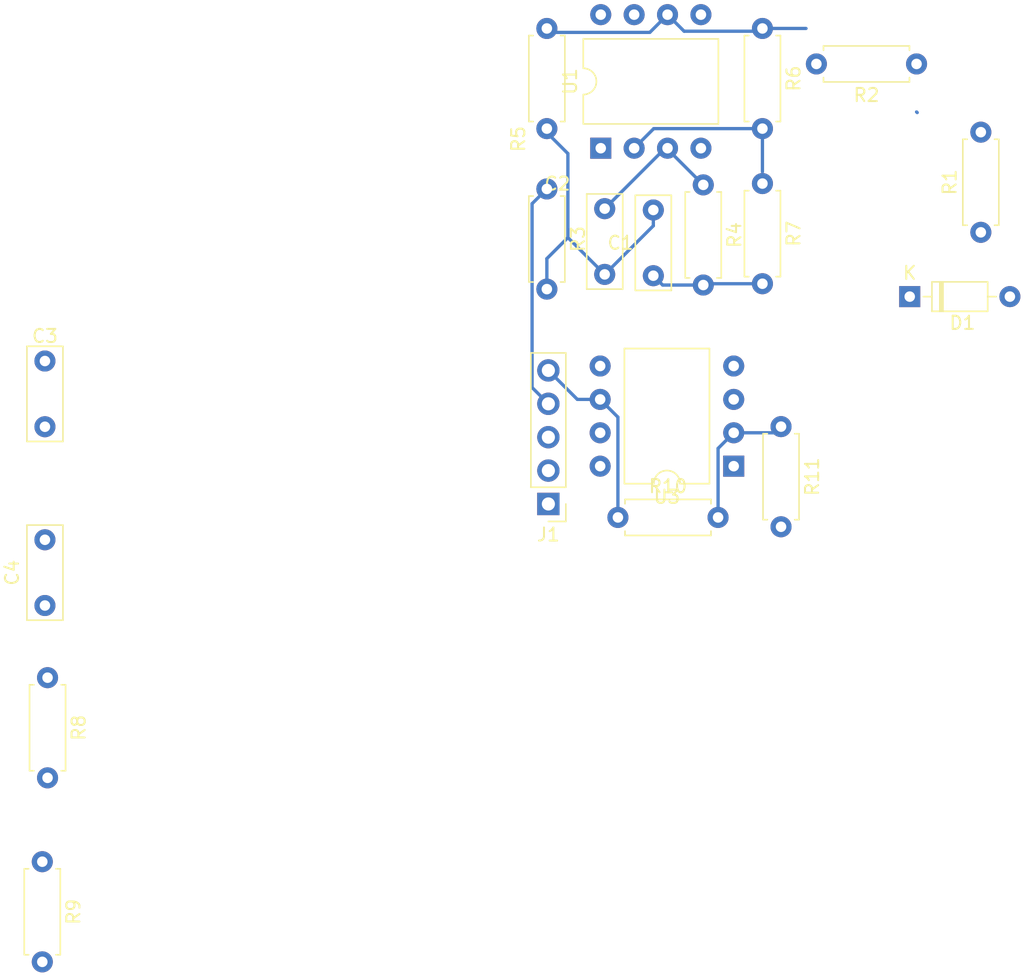
<source format=kicad_pcb>
(kicad_pcb (version 20211014) (generator pcbnew)
  (layers (0 "F.Cu" signal) (31 "B.Cu" signal) (34 "B.Paste" user) (35 "F.Paste" user) (36 "B.SilkS" user "B.Silkscreen") (37 "F.SilkS" user "F.Silkscreen") (38 "B.Mask" user) (39 "F.Mask" user) (44 "Edge.Cuts" user))
  (net 0 "")
  (net 1 "GND")
  (net 2 "Net-(C1-Pad2)")
  (net 3 "Net-(C2-Pad2)")
  (net 4 "Net-(C3-Pad1)")
  (net 5 "Net-(C4-Pad2)")
  (net 6 "Net-(R1-Pad1)")
  (net 7 "+5V")
  (net 8 "-5V")
  (net 9 "Net-(R1-Pad2)")
  (net 10 "V_in")
  (net 11 "Net-(R5-Pad2)")
  (net 12 "Net-(R6-Pad2)")
  (net 13 "V_out")
  (net 14 "Net-(R10-Pad2)")
  (net 18 "unconnected-(U2-Pad1)")
  (footprint "Capacitor_THT:C_Disc_D7.0mm_W2.5mm_P5.00mm" (layer "F.Cu") (at 94.085 83.81 90)
    (fp_text reference "C1" (at 2.5 -2.5) (layer "F.SilkS"))
    (fp_text value "C")
    (fp_line (start -1.12 1.37) (end 6.12 1.37) (layer "F.SilkS") (width 0.12))
    (fp_line (start -1.12 -1.37) (end 6.12 -1.37) (layer "F.SilkS") (width 0.12))
    (fp_line (start 6.12 -1.37) (end 6.12 1.37) (layer "F.SilkS") (width 0.12))
    (fp_line (start -1.12 -1.37) (end -1.12 1.37) (layer "F.SilkS") (width 0.12))
    (pad "1" thru_hole circle (at 0 0 90) (size 1.6 1.6) (drill 0.8) (layers *.Cu *.Mask) (net 1 "GND"))
    (pad "2" thru_hole circle (at 5 0 90) (size 1.6 1.6) (drill 0.8) (layers *.Cu *.Mask) (net 2 "Net-(C1-Pad2)"))
  )
  (footprint "Resistor_THT:R_Axial_DIN0207_L6.3mm_D2.5mm_P7.62mm_Horizontal" (layer "F.Cu") (at 48 114.39 -90)
    (fp_text reference "R8" (at 3.81 -2.37 90) (layer "F.SilkS"))
    (fp_text value "R")
    (fp_line (start 7.08 1.37) (end 7.08 1.04) (layer "F.SilkS") (width 0.12))
    (fp_line (start 0.54 1.04) (end 0.54 1.37) (layer "F.SilkS") (width 0.12))
    (fp_line (start 0.54 -1.37) (end 7.08 -1.37) (layer "F.SilkS") (width 0.12))
    (fp_line (start 0.54 -1.04) (end 0.54 -1.37) (layer "F.SilkS") (width 0.12))
    (fp_line (start 0.54 1.37) (end 7.08 1.37) (layer "F.SilkS") (width 0.12))
    (fp_line (start 7.08 -1.37) (end 7.08 -1.04) (layer "F.SilkS") (width 0.12))
    (pad "1" thru_hole circle (at 0 0 270) (size 1.6 1.6) (drill 0.8) (layers *.Cu *.Mask) (net 4 "Net-(C3-Pad1)"))
    (pad "2" thru_hole oval (at 7.62 0 270) (size 1.6 1.6) (drill 0.8) (layers *.Cu *.Mask) (net 1 "GND"))
  )
  (footprint "Resistor_THT:R_Axial_DIN0207_L6.3mm_D2.5mm_P7.62mm_Horizontal" (layer "F.Cu") (at 47.6 128.39 -90)
    (fp_text reference "R9" (at 3.81 -2.37 90) (layer "F.SilkS"))
    (fp_text value "R")
    (fp_line (start 7.08 1.37) (end 7.08 1.04) (layer "F.SilkS") (width 0.12))
    (fp_line (start 0.54 1.37) (end 7.08 1.37) (layer "F.SilkS") (width 0.12))
    (fp_line (start 0.54 1.04) (end 0.54 1.37) (layer "F.SilkS") (width 0.12))
    (fp_line (start 7.08 -1.37) (end 7.08 -1.04) (layer "F.SilkS") (width 0.12))
    (fp_line (start 0.54 -1.04) (end 0.54 -1.37) (layer "F.SilkS") (width 0.12))
    (fp_line (start 0.54 -1.37) (end 7.08 -1.37) (layer "F.SilkS") (width 0.12))
    (pad "1" thru_hole circle (at 0 0 270) (size 1.6 1.6) (drill 0.8) (layers *.Cu *.Mask) (net 5 "Net-(C4-Pad2)"))
    (pad "2" thru_hole oval (at 7.62 0 270) (size 1.6 1.6) (drill 0.8) (layers *.Cu *.Mask) (net 1 "GND"))
  )
  (footprint "Capacitor_THT:C_Disc_D7.0mm_W2.5mm_P5.00mm" (layer "F.Cu") (at 47.8 90.3 -90)
    (fp_text reference "C3" (at -1.9 0 180) (layer "F.SilkS"))
    (fp_text value "C")
    (fp_line (start 6.12 -1.37) (end 6.12 1.37) (layer "F.SilkS") (width 0.12))
    (fp_line (start -1.12 1.37) (end 6.12 1.37) (layer "F.SilkS") (width 0.12))
    (fp_line (start -1.12 -1.37) (end -1.12 1.37) (layer "F.SilkS") (width 0.12))
    (fp_line (start -1.12 -1.37) (end 6.12 -1.37) (layer "F.SilkS") (width 0.12))
    (pad "1" thru_hole circle (at 0 0 270) (size 1.6 1.6) (drill 0.8) (layers *.Cu *.Mask) (net 4 "Net-(C3-Pad1)"))
    (pad "2" thru_hole circle (at 5 0 270) (size 1.6 1.6) (drill 0.8) (layers *.Cu *.Mask) (net 1 "GND"))
  )
  (footprint "Resistor_THT:R_Axial_DIN0207_L6.3mm_D2.5mm_P7.62mm_Horizontal" (layer "F.Cu") (at 85.985 72.62 90)
    (fp_text reference "R5" (at -0.79 -2.17 90) (layer "F.SilkS"))
    (fp_text value "R")
    (fp_line (start 0.54 1.37) (end 7.08 1.37) (layer "F.SilkS") (width 0.12))
    (fp_line (start 7.08 1.37) (end 7.08 1.04) (layer "F.SilkS") (width 0.12))
    (fp_line (start 0.54 -1.37) (end 7.08 -1.37) (layer "F.SilkS") (width 0.12))
    (fp_line (start 0.54 1.04) (end 0.54 1.37) (layer "F.SilkS") (width 0.12))
    (fp_line (start 7.08 -1.37) (end 7.08 -1.04) (layer "F.SilkS") (width 0.12))
    (fp_line (start 0.54 -1.04) (end 0.54 -1.37) (layer "F.SilkS") (width 0.12))
    (pad "1" thru_hole circle (at 0 0 90) (size 1.6 1.6) (drill 0.8) (layers *.Cu *.Mask) (net 2 "Net-(C1-Pad2)"))
    (pad "2" thru_hole oval (at 7.62 0 90) (size 1.6 1.6) (drill 0.8) (layers *.Cu *.Mask) (net 11 "Net-(R5-Pad2)"))
  )
  (footprint "Resistor_THT:R_Axial_DIN0207_L6.3mm_D2.5mm_P7.62mm_Horizontal" (layer "F.Cu") (at 119 80.51 90)
    (fp_text reference "R1" (at 3.81 -2.37 90) (layer "F.SilkS"))
    (fp_text value "R")
    (fp_line (start 0.54 -1.37) (end 7.08 -1.37) (layer "F.SilkS") (width 0.12))
    (fp_line (start 0.54 1.04) (end 0.54 1.37) (layer "F.SilkS") (width 0.12))
    (fp_line (start 7.08 1.37) (end 7.08 1.04) (layer "F.SilkS") (width 0.12))
    (fp_line (start 7.08 -1.37) (end 7.08 -1.04) (layer "F.SilkS") (width 0.12))
    (fp_line (start 0.54 -1.04) (end 0.54 -1.37) (layer "F.SilkS") (width 0.12))
    (fp_line (start 0.54 1.37) (end 7.08 1.37) (layer "F.SilkS") (width 0.12))
    (pad "1" thru_hole circle (at 0 0 90) (size 1.6 1.6) (drill 0.8) (layers *.Cu *.Mask) (net 6 "Net-(R1-Pad1)"))
    (pad "2" thru_hole oval (at 7.62 0 90) (size 1.6 1.6) (drill 0.8) (layers *.Cu *.Mask) (net 9 "Net-(R1-Pad2)"))
  )
  (footprint "Connector_PinHeader_2.54mm:PinHeader_1x05_P2.54mm_Vertical" (layer "F.Cu") (at 86.1 101.175 180)
    (fp_text reference "J1" (at 0 -2.33) (layer "F.SilkS"))
    (fp_text value "Conn_01x05_Male")
    (fp_line (start 1.33 1.27) (end 1.33 11.49) (layer "F.SilkS") (width 0.12))
    (fp_line (start -1.33 0) (end -1.33 -1.33) (layer "F.SilkS") (width 0.12))
    (fp_line (start -1.33 1.27) (end 1.33 1.27) (layer "F.SilkS") (width 0.12))
    (fp_line (start -1.33 11.49) (end 1.33 11.49) (layer "F.SilkS") (width 0.12))
    (fp_line (start -1.33 1.27) (end -1.33 11.49) (layer "F.SilkS") (width 0.12))
    (fp_line (start -1.33 -1.33) (end 0 -1.33) (layer "F.SilkS") (width 0.12))
    (pad "1" thru_hole rect (at 0 0 180) (size 1.7 1.7) (drill 1) (layers *.Cu *.Mask) (net 7 "+5V"))
    (pad "2" thru_hole oval (at 0 2.54 180) (size 1.7 1.7) (drill 1) (layers *.Cu *.Mask) (net 8 "-5V"))
    (pad "3" thru_hole oval (at 0 5.08 180) (size 1.7 1.7) (drill 1) (layers *.Cu *.Mask) (net 1 "GND"))
    (pad "4" thru_hole oval (at 0 7.62 180) (size 1.7 1.7) (drill 1) (layers *.Cu *.Mask) (net 10 "V_in"))
    (pad "5" thru_hole oval (at 0 10.16 180) (size 1.7 1.7) (drill 1) (layers *.Cu *.Mask) (net 13 "V_out"))
  )
  (footprint "Resistor_THT:R_Axial_DIN0207_L6.3mm_D2.5mm_P7.62mm_Horizontal" (layer "F.Cu") (at 85.985 77.21 -90)
    (fp_text reference "R3" (at 3.81 -2.37 90) (layer "F.SilkS"))
    (fp_text value "R")
    (fp_line (start 0.54 -1.37) (end 7.08 -1.37) (layer "F.SilkS") (width 0.12))
    (fp_line (start 0.54 1.04) (end 0.54 1.37) (layer "F.SilkS") (width 0.12))
    (fp_line (start 7.08 1.37) (end 7.08 1.04) (layer "F.SilkS") (width 0.12))
    (fp_line (start 0.54 1.37) (end 7.08 1.37) (layer "F.SilkS") (width 0.12))
    (fp_line (start 0.54 -1.04) (end 0.54 -1.37) (layer "F.SilkS") (width 0.12))
    (fp_line (start 7.08 -1.37) (end 7.08 -1.04) (layer "F.SilkS") (width 0.12))
    (pad "1" thru_hole circle (at 0 0 270) (size 1.6 1.6) (drill 0.8) (layers *.Cu *.Mask) (net 10 "V_in"))
    (pad "2" thru_hole oval (at 7.62 0 270) (size 1.6 1.6) (drill 0.8) (layers *.Cu *.Mask) (net 2 "Net-(C1-Pad2)"))
  )
  (footprint "Resistor_THT:R_Axial_DIN0207_L6.3mm_D2.5mm_P7.62mm_Horizontal" (layer "F.Cu") (at 103.8 95.29 -90)
    (fp_text reference "R11" (at 3.81 -2.37 90) (layer "F.SilkS"))
    (fp_text value "R")
    (fp_line (start 7.08 1.37) (end 7.08 1.04) (layer "F.SilkS") (width 0.12))
    (fp_line (start 0.54 -1.37) (end 7.08 -1.37) (layer "F.SilkS") (width 0.12))
    (fp_line (start 0.54 1.04) (end 0.54 1.37) (layer "F.SilkS") (width 0.12))
    (fp_line (start 0.54 -1.04) (end 0.54 -1.37) (layer "F.SilkS") (width 0.12))
    (fp_line (start 0.54 1.37) (end 7.08 1.37) (layer "F.SilkS") (width 0.12))
    (fp_line (start 7.08 -1.37) (end 7.08 -1.04) (layer "F.SilkS") (width 0.12))
    (pad "1" thru_hole circle (at 0 0 270) (size 1.6 1.6) (drill 0.8) (layers *.Cu *.Mask) (net 14 "Net-(R10-Pad2)"))
    (pad "2" thru_hole oval (at 7.62 0 270) (size 1.6 1.6) (drill 0.8) (layers *.Cu *.Mask) (net 1 "GND"))
  )
  (footprint "Resistor_THT:R_Axial_DIN0207_L6.3mm_D2.5mm_P7.62mm_Horizontal" (layer "F.Cu") (at 91.39 102.2)
    (fp_text reference "R10" (at 3.81 -2.37) (layer "F.SilkS"))
    (fp_text value "R")
    (fp_line (start 7.08 1.37) (end 7.08 1.04) (layer "F.SilkS") (width 0.12))
    (fp_line (start 0.54 -1.37) (end 7.08 -1.37) (layer "F.SilkS") (width 0.12))
    (fp_line (start 0.54 -1.04) (end 0.54 -1.37) (layer "F.SilkS") (width 0.12))
    (fp_line (start 0.54 1.37) (end 7.08 1.37) (layer "F.SilkS") (width 0.12))
    (fp_line (start 0.54 1.04) (end 0.54 1.37) (layer "F.SilkS") (width 0.12))
    (fp_line (start 7.08 -1.37) (end 7.08 -1.04) (layer "F.SilkS") (width 0.12))
    (pad "1" thru_hole circle (at 0 0) (size 1.6 1.6) (drill 0.8) (layers *.Cu *.Mask) (net 13 "V_out"))
    (pad "2" thru_hole oval (at 7.62 0) (size 1.6 1.6) (drill 0.8) (layers *.Cu *.Mask) (net 14 "Net-(R10-Pad2)"))
  )
  (footprint "Package_DIP:DIP-8_W10.16mm" (layer "F.Cu") (at 90.085 74.11 90)
    (fp_text reference "U1" (at 5.08 -2.33 90) (layer "F.SilkS"))
    (fp_text value "LM741")
    (fp_line (start 1.845 8.95) (end 8.315 8.95) (layer "F.SilkS") (width 0.12))
    (fp_line (start 8.315 -1.33) (end 6.08 -1.33) (layer "F.SilkS") (width 0.12))
    (fp_line (start 1.845 -1.33) (end 1.845 8.95) (layer "F.SilkS") (width 0.12))
    (fp_line (start 8.315 8.95) (end 8.315 -1.33) (layer "F.SilkS") (width 0.12))
    (fp_line (start 4.08 -1.33) (end 1.845 -1.33) (layer "F.SilkS") (width 0.12))
    (fp_arc (start 6.08 -1.33) (mid 5.08 -0.33) (end 4.08 -1.33) (layer "F.SilkS") (width 0.12))
    (pad "1" thru_hole rect (at 0 0 90) (size 1.6 1.6) (drill 0.8) (layers *.Cu *.Mask))
    (pad "2" thru_hole oval (at 0 2.54 90) (size 1.6 1.6) (drill 0.8) (layers *.Cu *.Mask) (net 12 "Net-(R6-Pad2)"))
    (pad "3" thru_hole oval (at 0 5.08 90) (size 1.6 1.6) (drill 0.8) (layers *.Cu *.Mask) (net 3 "Net-(C2-Pad2)"))
    (pad "4" thru_hole oval (at 0 7.62 90) (size 1.6 1.6) (drill 0.8) (layers *.Cu *.Mask) (net 8 "-5V"))
    (pad "5" thru_hole oval (at 10.16 7.62 90) (size 1.6 1.6) (drill 0.8) (layers *.Cu *.Mask))
    (pad "6" thru_hole oval (at 10.16 5.08 90) (size 1.6 1.6) (drill 0.8) (layers *.Cu *.Mask) (net 11 "Net-(R5-Pad2)"))
    (pad "7" thru_hole oval (at 10.16 2.54 90) (size 1.6 1.6) (drill 0.8) (layers *.Cu *.Mask) (net 7 "+5V"))
    (pad "8" thru_hole oval (at 10.16 0 90) (size 1.6 1.6) (drill 0.8) (layers *.Cu *.Mask))
  )
  (footprint "Capacitor_THT:C_Disc_D7.0mm_W2.5mm_P5.00mm" (layer "F.Cu") (at 90.385 83.71 90)
    (fp_text reference "C2" (at 6.9 -3.6 180) (layer "F.SilkS"))
    (fp_text value "C")
    (fp_line (start -1.12 -1.37) (end 6.12 -1.37) (layer "F.SilkS") (width 0.12))
    (fp_line (start 6.12 -1.37) (end 6.12 1.37) (layer "F.SilkS") (width 0.12))
    (fp_line (start -1.12 1.37) (end 6.12 1.37) (layer "F.SilkS") (width 0.12))
    (fp_line (start -1.12 -1.37) (end -1.12 1.37) (layer "F.SilkS") (width 0.12))
    (pad "1" thru_hole circle (at 0 0 90) (size 1.6 1.6) (drill 0.8) (layers *.Cu *.Mask) (net 2 "Net-(C1-Pad2)"))
    (pad "2" thru_hole circle (at 5 0 90) (size 1.6 1.6) (drill 0.8) (layers *.Cu *.Mask) (net 3 "Net-(C2-Pad2)"))
  )
  (footprint "Resistor_THT:R_Axial_DIN0207_L6.3mm_D2.5mm_P7.62mm_Horizontal" (layer "F.Cu") (at 102.385 76.8 -90)
    (fp_text reference "R7" (at 3.81 -2.37 90) (layer "F.SilkS"))
    (fp_text value "R")
    (fp_line (start 0.54 -1.37) (end 7.08 -1.37) (layer "F.SilkS") (width 0.12))
    (fp_line (start 7.08 -1.37) (end 7.08 -1.04) (layer "F.SilkS") (width 0.12))
    (fp_line (start 7.08 1.37) (end 7.08 1.04) (layer "F.SilkS") (width 0.12))
    (fp_line (start 0.54 -1.04) (end 0.54 -1.37) (layer "F.SilkS") (width 0.12))
    (fp_line (start 0.54 1.04) (end 0.54 1.37) (layer "F.SilkS") (width 0.12))
    (fp_line (start 0.54 1.37) (end 7.08 1.37) (layer "F.SilkS") (width 0.12))
    (pad "1" thru_hole circle (at 0 0 270) (size 1.6 1.6) (drill 0.8) (layers *.Cu *.Mask) (net 12 "Net-(R6-Pad2)"))
    (pad "2" thru_hole oval (at 7.62 0 270) (size 1.6 1.6) (drill 0.8) (layers *.Cu *.Mask) (net 1 "GND"))
  )
  (footprint "Package_DIP:DIP-8_W10.16mm" (layer "F.Cu") (at 100.2 98.3 180)
    (fp_text reference "U3" (at 5.08 -2.33) (layer "F.SilkS"))
    (fp_text value "LM741")
    (fp_line (start 1.845 -1.33) (end 1.845 8.95) (layer "F.SilkS") (width 0.12))
    (fp_line (start 8.315 8.95) (end 8.315 -1.33) (layer "F.SilkS") (width 0.12))
    (fp_line (start 1.845 8.95) (end 8.315 8.95) (layer "F.SilkS") (width 0.12))
    (fp_line (start 4.08 -1.33) (end 1.845 -1.33) (layer "F.SilkS") (width 0.12))
    (fp_line (start 8.315 -1.33) (end 6.08 -1.33) (layer "F.SilkS") (width 0.12))
    (fp_arc (start 6.08 -1.33) (mid 5.08 -0.33) (end 4.08 -1.33) (layer "F.SilkS") (width 0.12))
    (pad "1" thru_hole rect (at 0 0 180) (size 1.6 1.6) (drill 0.8) (layers *.Cu *.Mask))
    (pad "2" thru_hole oval (at 0 2.54 180) (size 1.6 1.6) (drill 0.8) (layers *.Cu *.Mask) (net 14 "Net-(R10-Pad2)"))
    (pad "3" thru_hole oval (at 0 5.08 180) (size 1.6 1.6) (drill 0.8) (layers *.Cu *.Mask) (net 5 "Net-(C4-Pad2)"))
    (pad "4" thru_hole oval (at 0 7.62 180) (size 1.6 1.6) (drill 0.8) (layers *.Cu *.Mask) (net 8 "-5V"))
    (pad "5" thru_hole oval (at 10.16 7.62 180) (size 1.6 1.6) (drill 0.8) (layers *.Cu *.Mask))
    (pad "6" thru_hole oval (at 10.16 5.08 180) (size 1.6 1.6) (drill 0.8) (layers *.Cu *.Mask) (net 13 "V_out"))
    (pad "7" thru_hole oval (at 10.16 2.54 180) (size 1.6 1.6) (drill 0.8) (layers *.Cu *.Mask) (net 7 "+5V"))
    (pad "8" thru_hole oval (at 10.16 0 180) (size 1.6 1.6) (drill 0.8) (layers *.Cu *.Mask))
  )
  (footprint "Resistor_THT:R_Axial_DIN0207_L6.3mm_D2.5mm_P7.62mm_Horizontal" (layer "F.Cu") (at 114.11 67.7 180)
    (fp_text reference "R2" (at 3.81 -2.37) (layer "F.SilkS"))
    (fp_text value "R")
    (fp_line (start 7.08 1.37) (end 7.08 1.04) (layer "F.SilkS") (width 0.12))
    (fp_line (start 0.54 1.37) (end 7.08 1.37) (layer "F.SilkS") (width 0.12))
    (fp_line (start 0.54 -1.37) (end 7.08 -1.37) (layer "F.SilkS") (width 0.12))
    (fp_line (start 0.54 1.04) (end 0.54 1.37) (layer "F.SilkS") (width 0.12))
    (fp_line (start 0.54 -1.04) (end 0.54 -1.37) (layer "F.SilkS") (width 0.12))
    (fp_line (start 7.08 -1.37) (end 7.08 -1.04) (layer "F.SilkS") (width 0.12))
    (pad "1" thru_hole circle (at 0 0 180) (size 1.6 1.6) (drill 0.8) (layers *.Cu *.Mask) (net 9 "Net-(R1-Pad2)"))
    (pad "2" thru_hole oval (at 7.62 0 180) (size 1.6 1.6) (drill 0.8) (layers *.Cu *.Mask) (net 1 "GND"))
  )
  (footprint "Resistor_THT:R_Axial_DIN0207_L6.3mm_D2.5mm_P7.62mm_Horizontal" (layer "F.Cu") (at 97.885 76.9 -90)
    (fp_text reference "R4" (at 3.81 -2.37 90) (layer "F.SilkS"))
    (fp_text value "R")
    (fp_line (start 7.08 -1.37) (end 7.08 -1.04) (layer "F.SilkS") (width 0.12))
    (fp_line (start 0.54 -1.04) (end 0.54 -1.37) (layer "F.SilkS") (width 0.12))
    (fp_line (start 0.54 1.37) (end 7.08 1.37) (layer "F.SilkS") (width 0.12))
    (fp_line (start 0.54 1.04) (end 0.54 1.37) (layer "F.SilkS") (width 0.12))
    (fp_line (start 7.08 1.37) (end 7.08 1.04) (layer "F.SilkS") (width 0.12))
    (fp_line (start 0.54 -1.37) (end 7.08 -1.37) (layer "F.SilkS") (width 0.12))
    (pad "1" thru_hole circle (at 0 0 270) (size 1.6 1.6) (drill 0.8) (layers *.Cu *.Mask) (net 3 "Net-(C2-Pad2)"))
    (pad "2" thru_hole oval (at 7.62 0 270) (size 1.6 1.6) (drill 0.8) (layers *.Cu *.Mask) (net 1 "GND"))
  )
  (footprint "Capacitor_THT:C_Disc_D7.0mm_W2.5mm_P5.00mm" (layer "F.Cu") (at 47.8 108.9 90)
    (fp_text reference "C4" (at 2.5 -2.5 90) (layer "F.SilkS"))
    (fp_text value "C")
    (fp_line (start -1.12 -1.37) (end -1.12 1.37) (layer "F.SilkS") (width 0.12))
    (fp_line (start 6.12 -1.37) (end 6.12 1.37) (layer "F.SilkS") (width 0.12))
    (fp_line (start -1.12 1.37) (end 6.12 1.37) (layer "F.SilkS") (width 0.12))
    (fp_line (start -1.12 -1.37) (end 6.12 -1.37) (layer "F.SilkS") (width 0.12))
    (pad "1" thru_hole circle (at 0 0 90) (size 1.6 1.6) (drill 0.8) (layers *.Cu *.Mask) (net 4 "Net-(C3-Pad1)"))
    (pad "2" thru_hole circle (at 5 0 90) (size 1.6 1.6) (drill 0.8) (layers *.Cu *.Mask) (net 5 "Net-(C4-Pad2)"))
  )
  (footprint "Diode_THT:D_DO-35_SOD27_P7.62mm_Horizontal" (layer "F.Cu") (at 113.59 85.4)
    (fp_text reference "D1" (at 4.01 2) (layer "F.SilkS"))
    (fp_text value "1N4448")
    (fp_text user "K" (at 0 -1.8) (layer "F.SilkS"))
    (fp_line (start 5.93 -1.12) (end 1.69 -1.12) (layer "F.SilkS") (width 0.12))
    (fp_line (start 2.41 -1.12) (end 2.41 1.12) (layer "F.SilkS") (width 0.12))
    (fp_line (start 5.93 1.12) (end 5.93 -1.12) (layer "F.SilkS") (width 0.12))
    (fp_line (start 1.04 0) (end 1.69 0) (layer "F.SilkS") (width 0.12))
    (fp_line (start 2.29 -1.12) (end 2.29 1.12) (layer "F.SilkS") (width 0.12))
    (fp_line (start 2.53 -1.12) (end 2.53 1.12) (layer "F.SilkS") (width 0.12))
    (fp_line (start 1.69 -1.12) (end 1.69 1.12) (layer "F.SilkS") (width 0.12))
    (fp_line (start 1.69 1.12) (end 5.93 1.12) (layer "F.SilkS") (width 0.12))
    (fp_line (start 6.58 0) (end 5.93 0) (layer "F.SilkS") (width 0.12))
    (pad "1" thru_hole rect (at 0 0) (size 1.6 1.6) (drill 0.8) (layers *.Cu *.Mask) (net 4 "Net-(C3-Pad1)"))
    (pad "2" thru_hole oval (at 7.62 0) (size 1.6 1.6) (drill 0.8) (layers *.Cu *.Mask) (net 6 "Net-(R1-Pad1)"))
  )
  (footprint "Resistor_THT:R_Axial_DIN0207_L6.3mm_D2.5mm_P7.62mm_Horizontal" (layer "F.Cu") (at 102.385 65 -90)
    (fp_text reference "R6" (at 3.81 -2.37 90) (layer "F.SilkS"))
    (fp_text value "R")
    (fp_line (start 7.08 1.37) (end 7.08 1.04) (layer "F.SilkS") (width 0.12))
    (fp_line (start 0.54 1.04) (end 0.54 1.37) (layer "F.SilkS") (width 0.12))
    (fp_line (start 0.54 -1.04) (end 0.54 -1.37) (layer "F.SilkS") (width 0.12))
    (fp_line (start 7.08 -1.37) (end 7.08 -1.04) (layer "F.SilkS") (width 0.12))
    (fp_line (start 0.54 -1.37) (end 7.08 -1.37) (layer "F.SilkS") (width 0.12))
    (fp_line (start 0.54 1.37) (end 7.08 1.37) (layer "F.SilkS") (width 0.12))
    (pad "1" thru_hole circle (at 0 0 270) (size 1.6 1.6) (drill 0.8) (layers *.Cu *.Mask) (net 11 "Net-(R5-Pad2)"))
    (pad "2" thru_hole oval (at 7.62 0 270) (size 1.6 1.6) (drill 0.8) (layers *.Cu *.Mask) (net 12 "Net-(R6-Pad2)"))
  )
  (segment (start 97.885 84.52) (end 94.795 84.52) (width 0.25) (layer "B.Cu") (net 1))
  (segment (start 97.985 84.42) (end 97.885 84.52) (width 0.25) (layer "B.Cu") (net 1))
  (segment (start 102.385 84.42) (end 97.985 84.42) (width 0.25) (layer "B.Cu") (net 1))
  (segment (start 94.795 84.52) (end 94.085 83.81) (width 0.25) (layer "B.Cu") (net 1))
  (segment (start 94.085 78.81) (end 94.085 80.01) (width 0.25) (layer "B.Cu") (net 2))
  (segment (start 85.985 72.92) (end 87.585 74.52) (width 0.25) (layer "B.Cu") (net 2))
  (segment (start 90.185 83.91) (end 90.385 83.71) (width 0.25) (layer "B.Cu") (net 2))
  (segment (start 87.585 80.91) (end 90.385 83.71) (width 0.25) (layer "B.Cu") (net 2))
  (segment (start 87.585 80.91) (end 85.985 82.51) (width 0.25) (layer "B.Cu") (net 2))
  (segment (start 94.085 80.01) (end 90.385 83.71) (width 0.25) (layer "B.Cu") (net 2))
  (segment (start 87.585 74.52) (end 87.585 80.91) (width 0.25) (layer "B.Cu") (net 2))
  (segment (start 85.985 82.51) (end 85.985 84.83) (width 0.25) (layer "B.Cu") (net 2))
  (segment (start 95.165 74.18) (end 95.165 74.11) (width 0.25) (layer "B.Cu") (net 3))
  (segment (start 94.985 74.11) (end 95.165 74.11) (width 0.25) (layer "B.Cu") (net 3))
  (segment (start 97.885 76.9) (end 95.165 74.18) (width 0.25) (layer "B.Cu") (net 3))
  (segment (start 90.385 78.71) (end 94.985 74.11) (width 0.25) (layer "B.Cu") (net 3))
  (segment (start 85.985 77.21) (end 84.860489 78.334511) (width 0.25) (layer "B.Cu") (net 10))
  (segment (start 84.860489 92.315489) (end 86.1 93.555) (width 0.25) (layer "B.Cu") (net 10))
  (segment (start 84.860489 78.334511) (end 84.860489 92.315489) (width 0.25) (layer "B.Cu") (net 10))
  (segment (start 85.985 65.3) (end 93.815 65.3) (width 0.25) (layer "B.Cu") (net 11))
  (segment (start 102.385 65) (end 105.7 65) (width 0.25) (layer "B.Cu") (net 11))
  (segment (start 93.815 65.3) (end 95.165 63.95) (width 0.25) (layer "B.Cu") (net 11))
  (segment (start 102.175 65.21) (end 96.425 65.21) (width 0.25) (layer "B.Cu") (net 11))
  (segment (start 102.385 65) (end 102.175 65.21) (width 0.25) (layer "B.Cu") (net 11))
  (segment (start 96.425 65.21) (end 95.165 63.95) (width 0.25) (layer "B.Cu") (net 11))
  (segment (start 102.385 72.62) (end 94.115 72.62) (width 0.25) (layer "B.Cu") (net 12))
  (segment (start 102.385 75.9) (end 102.385 72.62) (width 0.25) (layer "B.Cu") (net 12))
  (segment (start 94.115 72.62) (end 92.625 74.11) (width 0.25) (layer "B.Cu") (net 12))
  (segment (start 88.305 93.22) (end 86.1 91.015) (width 0.25) (layer "B.Cu") (net 13))
  (segment (start 91.39 102.2) (end 91.39 94.57) (width 0.25) (layer "B.Cu") (net 13))
  (segment (start 90.04 93.22) (end 88.305 93.22) (width 0.25) (layer "B.Cu") (net 13))
  (segment (start 91.39 94.57) (end 90.04 93.22) (width 0.25) (layer "B.Cu") (net 13))
  (segment (start 99.01 102.2) (end 99.01 96.95) (width 0.25) (layer "B.Cu") (net 14))
  (segment (start 99.01 96.95) (end 100.2 95.76) (width 0.25) (layer "B.Cu") (net 14))
  (segment (start 103.33 95.76) (end 103.8 95.29) (width 0.25) (layer "B.Cu") (net 14))
  (segment (start 100.2 95.76) (end 103.33 95.76) (width 0.25) (layer "B.Cu") (net 14))
  (segment (start 114.11 71.35) (end 114.16 71.4) (width 0.25) (layer "B.Cu") (net 18))
)
</source>
